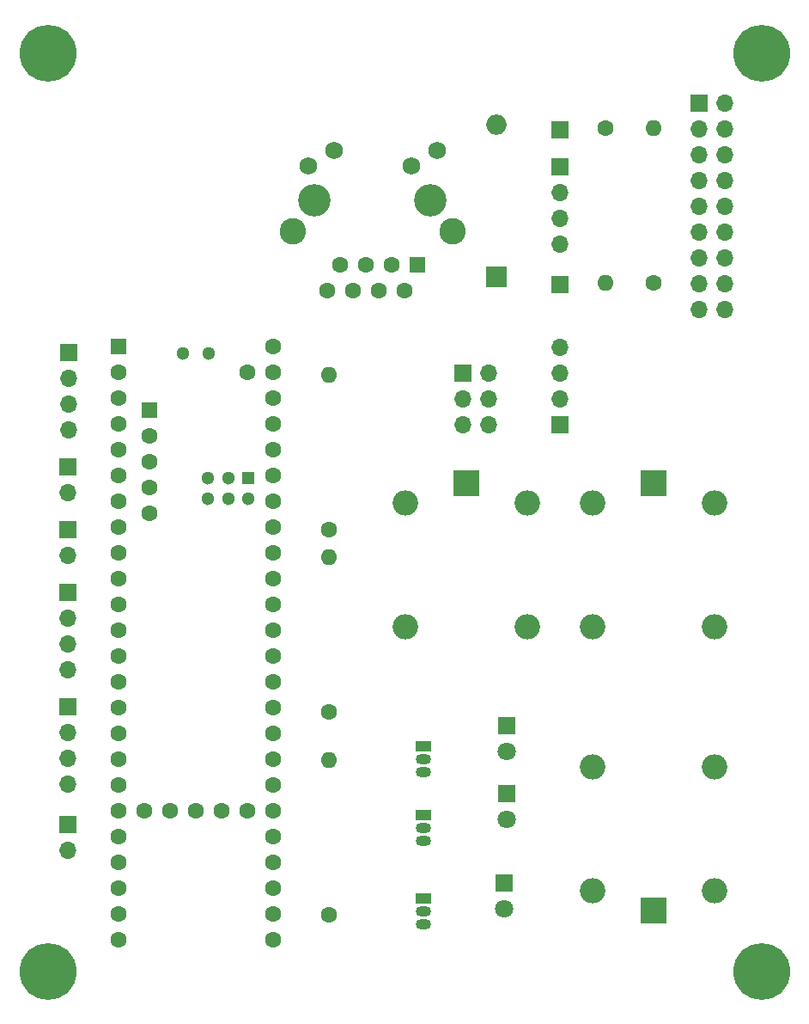
<source format=gbs>
%TF.GenerationSoftware,KiCad,Pcbnew,8.0.1*%
%TF.CreationDate,2024-05-05T15:44:53-04:00*%
%TF.ProjectId,Main,4d61696e-2e6b-4696-9361-645f70636258,0*%
%TF.SameCoordinates,Original*%
%TF.FileFunction,Soldermask,Bot*%
%TF.FilePolarity,Negative*%
%FSLAX46Y46*%
G04 Gerber Fmt 4.6, Leading zero omitted, Abs format (unit mm)*
G04 Created by KiCad (PCBNEW 8.0.1) date 2024-05-05 15:44:53*
%MOMM*%
%LPD*%
G01*
G04 APERTURE LIST*
G04 Aperture macros list*
%AMRoundRect*
0 Rectangle with rounded corners*
0 $1 Rounding radius*
0 $2 $3 $4 $5 $6 $7 $8 $9 X,Y pos of 4 corners*
0 Add a 4 corners polygon primitive as box body*
4,1,4,$2,$3,$4,$5,$6,$7,$8,$9,$2,$3,0*
0 Add four circle primitives for the rounded corners*
1,1,$1+$1,$2,$3*
1,1,$1+$1,$4,$5*
1,1,$1+$1,$6,$7*
1,1,$1+$1,$8,$9*
0 Add four rect primitives between the rounded corners*
20,1,$1+$1,$2,$3,$4,$5,0*
20,1,$1+$1,$4,$5,$6,$7,0*
20,1,$1+$1,$6,$7,$8,$9,0*
20,1,$1+$1,$8,$9,$2,$3,0*%
G04 Aperture macros list end*
%ADD10R,1.700000X1.700000*%
%ADD11O,1.700000X1.700000*%
%ADD12C,1.600000*%
%ADD13O,1.600000X1.600000*%
%ADD14R,1.500000X1.050000*%
%ADD15O,1.500000X1.050000*%
%ADD16C,5.600000*%
%ADD17R,1.800000X1.800000*%
%ADD18C,1.800000*%
%ADD19R,2.500000X2.500000*%
%ADD20O,2.500000X2.500000*%
%ADD21R,1.600000X1.600000*%
%ADD22R,1.300000X1.300000*%
%ADD23C,1.300000*%
%ADD24R,2.000000X2.000000*%
%ADD25O,2.000000X2.000000*%
%ADD26C,3.200000*%
%ADD27RoundRect,0.102000X-0.699000X-0.699000X0.699000X-0.699000X0.699000X0.699000X-0.699000X0.699000X0*%
%ADD28C,1.602000*%
%ADD29C,1.734000*%
%ADD30C,2.604000*%
G04 APERTURE END LIST*
D10*
X96774000Y-74930000D03*
D11*
X96774000Y-77470000D03*
X96774000Y-80010000D03*
X96774000Y-82550000D03*
D12*
X122500000Y-92370000D03*
D13*
X122500000Y-77130000D03*
D10*
X158960000Y-50430000D03*
D11*
X161500000Y-50430000D03*
X158960000Y-52970000D03*
X161500000Y-52970000D03*
X158960000Y-55510000D03*
X161500000Y-55510000D03*
X158960000Y-58050000D03*
X161500000Y-58050000D03*
X158960000Y-60590000D03*
X161500000Y-60590000D03*
X158960000Y-63130000D03*
X161500000Y-63130000D03*
X158960000Y-65670000D03*
X161500000Y-65670000D03*
X158960000Y-68210000D03*
X161500000Y-68210000D03*
X158960000Y-70750000D03*
X161500000Y-70750000D03*
D12*
X122500000Y-130370000D03*
D13*
X122500000Y-115130000D03*
D12*
X154500000Y-68120000D03*
D13*
X154500000Y-52880000D03*
D10*
X96750000Y-109870000D03*
D11*
X96750000Y-112410000D03*
X96750000Y-114950000D03*
X96750000Y-117490000D03*
D14*
X131750000Y-120500000D03*
D15*
X131750000Y-121770000D03*
X131750000Y-123040000D03*
D10*
X145250000Y-56700000D03*
D11*
X145250000Y-59240000D03*
X145250000Y-61780000D03*
X145250000Y-64320000D03*
D14*
X131750000Y-128750000D03*
D15*
X131750000Y-130020000D03*
X131750000Y-131290000D03*
D10*
X145250000Y-53000000D03*
D12*
X149750000Y-52880000D03*
D13*
X149750000Y-68120000D03*
D14*
X131750000Y-113750000D03*
D15*
X131750000Y-115020000D03*
X131750000Y-116290000D03*
D10*
X145250000Y-68250000D03*
D16*
X94742000Y-135890000D03*
D17*
X140000000Y-111725000D03*
D18*
X140000000Y-114265000D03*
D10*
X96750000Y-98630000D03*
D11*
X96750000Y-101170000D03*
X96750000Y-103710000D03*
X96750000Y-106250000D03*
D10*
X145250000Y-82040000D03*
D11*
X145250000Y-79500000D03*
X145250000Y-76960000D03*
X145250000Y-74420000D03*
D17*
X139750000Y-127170000D03*
D18*
X139750000Y-129710000D03*
D17*
X140000000Y-118420000D03*
D18*
X140000000Y-120960000D03*
D10*
X96750000Y-86210000D03*
D11*
X96750000Y-88750000D03*
D16*
X165100000Y-45466000D03*
D19*
X154500000Y-129950000D03*
D20*
X160500000Y-127950000D03*
X160500000Y-115750000D03*
X148500000Y-115750000D03*
X148500000Y-127950000D03*
D19*
X154500000Y-87800000D03*
D20*
X148500000Y-89800000D03*
X148500000Y-102000000D03*
X160500000Y-102000000D03*
X160500000Y-89800000D03*
D21*
X101750000Y-74360000D03*
D12*
X101750000Y-76900000D03*
X101750000Y-79440000D03*
X101750000Y-81980000D03*
X101750000Y-84520000D03*
X101750000Y-87060000D03*
X101750000Y-89600000D03*
X101750000Y-92140000D03*
X101750000Y-94680000D03*
X101750000Y-97220000D03*
X101750000Y-99760000D03*
X101750000Y-102300000D03*
X101750000Y-104840000D03*
X101750000Y-107380000D03*
X101750000Y-109920000D03*
X101750000Y-112460000D03*
X101750000Y-115000000D03*
X101750000Y-117540000D03*
X101750000Y-120080000D03*
X101750000Y-122620000D03*
X101750000Y-125160000D03*
X101750000Y-127700000D03*
X101750000Y-130240000D03*
X101750000Y-132780000D03*
X116990000Y-132780000D03*
X116990000Y-130240000D03*
X116990000Y-127700000D03*
X116990000Y-125160000D03*
X116990000Y-122620000D03*
X116990000Y-120080000D03*
X116990000Y-117540000D03*
X116990000Y-115000000D03*
X116990000Y-112460000D03*
X116990000Y-109920000D03*
X116990000Y-107380000D03*
X116990000Y-104840000D03*
X116990000Y-102300000D03*
X116990000Y-99760000D03*
X116990000Y-97220000D03*
X116990000Y-94680000D03*
X116990000Y-92140000D03*
X116990000Y-89600000D03*
X116990000Y-87060000D03*
X116990000Y-84520000D03*
X116990000Y-81980000D03*
X116990000Y-79440000D03*
X116990000Y-76900000D03*
X116990000Y-74360000D03*
X114450000Y-76900000D03*
X104290000Y-120080000D03*
X106830000Y-120080000D03*
X109370000Y-120080000D03*
X111910000Y-120080000D03*
X114450000Y-120080000D03*
D21*
X104800800Y-80659200D03*
D12*
X104800800Y-83199200D03*
X104800800Y-85739200D03*
X104800800Y-88279200D03*
X104800800Y-90819200D03*
D22*
X114551600Y-87330000D03*
D23*
X112551600Y-87330000D03*
X110551600Y-87330000D03*
X110551600Y-89330000D03*
X112551600Y-89330000D03*
X114551600Y-89330000D03*
X110640000Y-75090000D03*
X108100000Y-75090000D03*
D10*
X96750000Y-92380000D03*
D11*
X96750000Y-94920000D03*
D19*
X136000000Y-87800000D03*
D20*
X130000000Y-89800000D03*
X130000000Y-102000000D03*
X142000000Y-102000000D03*
X142000000Y-89800000D03*
D24*
X138992500Y-67500000D03*
D25*
X138992500Y-52500000D03*
D12*
X122500000Y-110370000D03*
D13*
X122500000Y-95130000D03*
D16*
X165100000Y-135890000D03*
D10*
X135710000Y-76960000D03*
D11*
X138250000Y-76960000D03*
X135710000Y-79500000D03*
X138250000Y-79500000D03*
X135710000Y-82040000D03*
X138250000Y-82040000D03*
D16*
X94742000Y-45466000D03*
D26*
X121070000Y-60000000D03*
X132500000Y-60000000D03*
D27*
X131230000Y-66350000D03*
D28*
X129960000Y-68890000D03*
X128690000Y-66350000D03*
X127420000Y-68890000D03*
X126150000Y-66350000D03*
X124880000Y-68890000D03*
X123610000Y-66350000D03*
X122340000Y-68890000D03*
D29*
X133110000Y-55100000D03*
X130595000Y-56620000D03*
X122975000Y-55100000D03*
X120460000Y-56620000D03*
D30*
X118910000Y-63050000D03*
X134660000Y-63050000D03*
D10*
X96750000Y-121475000D03*
D11*
X96750000Y-124015000D03*
M02*

</source>
